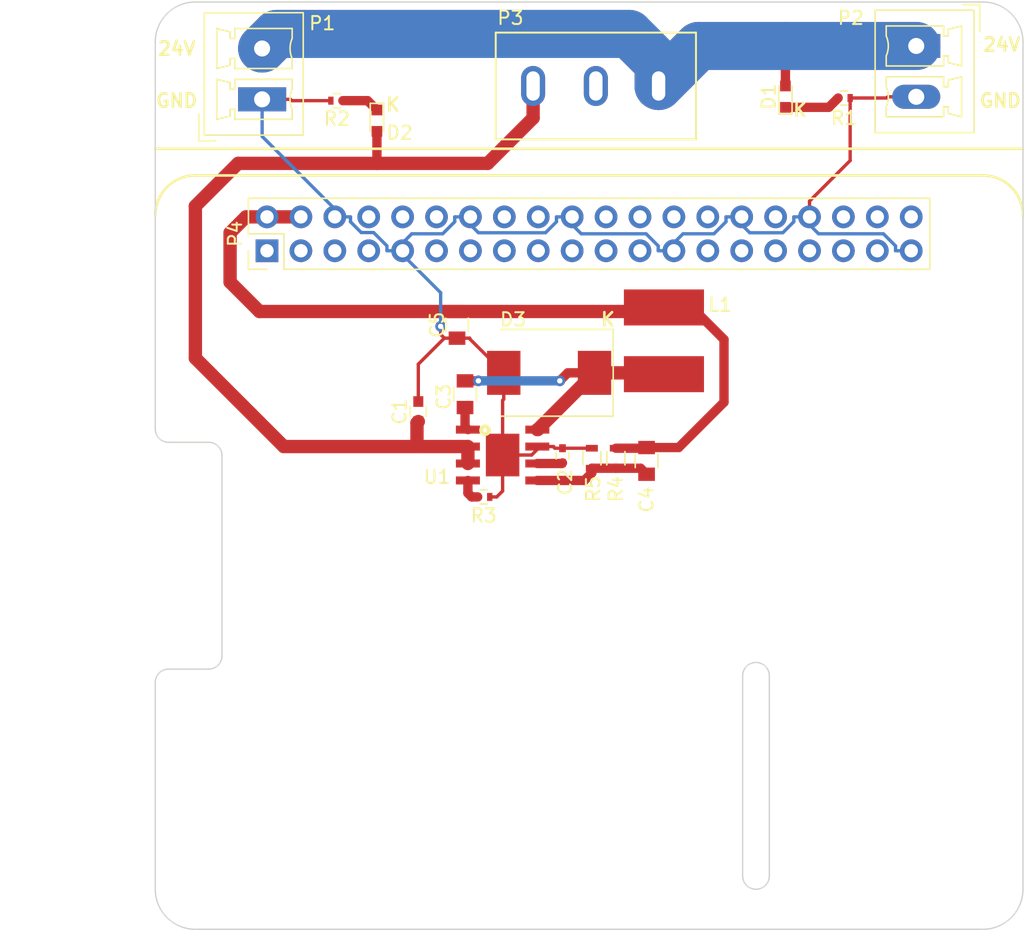
<source format=kicad_pcb>
(kicad_pcb (version 20171130) (host pcbnew "(5.1.12)-1")

  (general
    (thickness 1.6)
    (drawings 37)
    (tracks 153)
    (zones 0)
    (modules 19)
    (nets 43)
  )

  (page A4)
  (title_block
    (title beast-phat)
    (date 2017-03-16)
    (rev 0.1)
    (company Resin.io)
    (comment 1 "Author: Tomás Villaseca <tomas@resin.io>")
  )

  (layers
    (0 F.Cu signal)
    (31 B.Cu signal)
    (32 B.Adhes user)
    (33 F.Adhes user)
    (34 B.Paste user)
    (35 F.Paste user)
    (36 B.SilkS user)
    (37 F.SilkS user)
    (38 B.Mask user)
    (39 F.Mask user)
    (40 Dwgs.User user)
    (41 Cmts.User user)
    (42 Eco1.User user)
    (43 Eco2.User user)
    (44 Edge.Cuts user)
    (45 Margin user)
    (46 B.CrtYd user)
    (47 F.CrtYd user)
    (48 B.Fab user)
    (49 F.Fab user)
  )

  (setup
    (last_trace_width 0.25)
    (user_trace_width 0.7)
    (user_trace_width 1)
    (user_trace_width 2)
    (user_trace_width 3.6)
    (trace_clearance 0.2)
    (zone_clearance 0.508)
    (zone_45_only no)
    (trace_min 0.2)
    (via_size 0.8)
    (via_drill 0.4)
    (via_min_size 0.4)
    (via_min_drill 0.3)
    (uvia_size 0.3)
    (uvia_drill 0.1)
    (uvias_allowed no)
    (uvia_min_size 0.2)
    (uvia_min_drill 0.1)
    (edge_width 0.15)
    (segment_width 0.15)
    (pcb_text_width 0.3)
    (pcb_text_size 1.5 1.5)
    (mod_edge_width 0.15)
    (mod_text_size 1 1)
    (mod_text_width 0.15)
    (pad_size 3.2 2.51)
    (pad_drill 0)
    (pad_to_mask_clearance 0.2)
    (aux_axis_origin 0 0)
    (grid_origin 97.1 122.2)
    (visible_elements 7FFFFFFF)
    (pcbplotparams
      (layerselection 0x010f0_ffffffff)
      (usegerberextensions true)
      (usegerberattributes true)
      (usegerberadvancedattributes true)
      (creategerberjobfile true)
      (excludeedgelayer true)
      (linewidth 0.100000)
      (plotframeref false)
      (viasonmask false)
      (mode 1)
      (useauxorigin false)
      (hpglpennumber 1)
      (hpglpenspeed 20)
      (hpglpendiameter 15.000000)
      (psnegative false)
      (psa4output false)
      (plotreference true)
      (plotvalue true)
      (plotinvisibletext false)
      (padsonsilk true)
      (subtractmaskfromsilk false)
      (outputformat 1)
      (mirror false)
      (drillshape 0)
      (scaleselection 1)
      (outputdirectory "fabrication-files/"))
  )

  (net 0 "")
  (net 1 "Net-(C1-Pad2)")
  (net 2 GND)
  (net 3 "Net-(C2-Pad2)")
  (net 4 "Net-(C3-Pad2)")
  (net 5 "Net-(C3-Pad1)")
  (net 6 /5V)
  (net 7 "Net-(C4-Pad1)")
  (net 8 "Net-(D1-Pad2)")
  (net 9 "Net-(D1-Pad1)")
  (net 10 "Net-(D2-Pad1)")
  (net 11 "Net-(P3-Pad2)")
  (net 12 "Net-(P4-Pad40)")
  (net 13 "Net-(P4-Pad38)")
  (net 14 "Net-(P4-Pad37)")
  (net 15 "Net-(P4-Pad36)")
  (net 16 "Net-(P4-Pad35)")
  (net 17 "Net-(P4-Pad33)")
  (net 18 "Net-(P4-Pad32)")
  (net 19 "Net-(P4-Pad31)")
  (net 20 "Net-(P4-Pad29)")
  (net 21 "Net-(P4-Pad28)")
  (net 22 "Net-(P4-Pad27)")
  (net 23 "Net-(P4-Pad26)")
  (net 24 "Net-(P4-Pad24)")
  (net 25 "Net-(P4-Pad23)")
  (net 26 "Net-(P4-Pad22)")
  (net 27 "Net-(P4-Pad21)")
  (net 28 "Net-(P4-Pad19)")
  (net 29 "Net-(P4-Pad18)")
  (net 30 "Net-(P4-Pad17)")
  (net 31 "Net-(P4-Pad16)")
  (net 32 "Net-(P4-Pad15)")
  (net 33 "Net-(P4-Pad13)")
  (net 34 "Net-(P4-Pad12)")
  (net 35 "Net-(P4-Pad11)")
  (net 36 "Net-(P4-Pad10)")
  (net 37 "Net-(P4-Pad8)")
  (net 38 "Net-(P4-Pad7)")
  (net 39 "Net-(P4-Pad5)")
  (net 40 "Net-(P4-Pad3)")
  (net 41 "Net-(P4-Pad1)")
  (net 42 "Net-(R3-Pad1)")

  (net_class Default "This is the default net class."
    (clearance 0.2)
    (trace_width 0.25)
    (via_dia 0.8)
    (via_drill 0.4)
    (uvia_dia 0.3)
    (uvia_drill 0.1)
    (add_net /5V)
    (add_net GND)
    (add_net "Net-(C1-Pad2)")
    (add_net "Net-(C2-Pad2)")
    (add_net "Net-(C3-Pad1)")
    (add_net "Net-(C3-Pad2)")
    (add_net "Net-(C4-Pad1)")
    (add_net "Net-(D1-Pad1)")
    (add_net "Net-(D1-Pad2)")
    (add_net "Net-(D2-Pad1)")
    (add_net "Net-(P3-Pad2)")
    (add_net "Net-(P4-Pad1)")
    (add_net "Net-(P4-Pad10)")
    (add_net "Net-(P4-Pad11)")
    (add_net "Net-(P4-Pad12)")
    (add_net "Net-(P4-Pad13)")
    (add_net "Net-(P4-Pad15)")
    (add_net "Net-(P4-Pad16)")
    (add_net "Net-(P4-Pad17)")
    (add_net "Net-(P4-Pad18)")
    (add_net "Net-(P4-Pad19)")
    (add_net "Net-(P4-Pad21)")
    (add_net "Net-(P4-Pad22)")
    (add_net "Net-(P4-Pad23)")
    (add_net "Net-(P4-Pad24)")
    (add_net "Net-(P4-Pad26)")
    (add_net "Net-(P4-Pad27)")
    (add_net "Net-(P4-Pad28)")
    (add_net "Net-(P4-Pad29)")
    (add_net "Net-(P4-Pad3)")
    (add_net "Net-(P4-Pad31)")
    (add_net "Net-(P4-Pad32)")
    (add_net "Net-(P4-Pad33)")
    (add_net "Net-(P4-Pad35)")
    (add_net "Net-(P4-Pad36)")
    (add_net "Net-(P4-Pad37)")
    (add_net "Net-(P4-Pad38)")
    (add_net "Net-(P4-Pad40)")
    (add_net "Net-(P4-Pad5)")
    (add_net "Net-(P4-Pad7)")
    (add_net "Net-(P4-Pad8)")
    (add_net "Net-(R3-Pad1)")
  )

  (module Capacitors_SMD:C_0603 (layer F.Cu) (tedit 58C11AAD) (tstamp 58BFCEF1)
    (at 113.7 86.4 270)
    (descr "Capacitor SMD 0603, reflow soldering, AVX (see smccp.pdf)")
    (tags "capacitor 0603")
    (path /58BDE502)
    (attr smd)
    (fp_text reference C1 (at 0 1.4 270) (layer F.SilkS)
      (effects (font (size 1 1) (thickness 0.15)))
    )
    (fp_text value 4.7u (at 0 1.5 270) (layer F.Fab)
      (effects (font (size 1 1) (thickness 0.15)))
    )
    (fp_line (start -0.8 0.4) (end -0.8 -0.4) (layer F.Fab) (width 0.1))
    (fp_line (start 0.8 0.4) (end -0.8 0.4) (layer F.Fab) (width 0.1))
    (fp_line (start 0.8 -0.4) (end 0.8 0.4) (layer F.Fab) (width 0.1))
    (fp_line (start -0.8 -0.4) (end 0.8 -0.4) (layer F.Fab) (width 0.1))
    (fp_line (start -0.35 -0.6) (end 0.35 -0.6) (layer F.SilkS) (width 0.12))
    (fp_line (start 0.35 0.6) (end -0.35 0.6) (layer F.SilkS) (width 0.12))
    (fp_line (start -1.4 -0.65) (end 1.4 -0.65) (layer F.CrtYd) (width 0.05))
    (fp_line (start -1.4 -0.65) (end -1.4 0.65) (layer F.CrtYd) (width 0.05))
    (fp_line (start 1.4 0.65) (end 1.4 -0.65) (layer F.CrtYd) (width 0.05))
    (fp_line (start 1.4 0.65) (end -1.4 0.65) (layer F.CrtYd) (width 0.05))
    (fp_text user %R (at 0 -1.5 270) (layer F.Fab) hide
      (effects (font (size 1 1) (thickness 0.15)))
    )
    (pad 2 smd rect (at 0.75 0 270) (size 0.8 0.75) (layers F.Cu F.Paste F.Mask)
      (net 1 "Net-(C1-Pad2)"))
    (pad 1 smd rect (at -0.75 0 270) (size 0.8 0.75) (layers F.Cu F.Paste F.Mask)
      (net 2 GND))
    (model Capacitors_SMD.3dshapes/C_0603.wrl
      (at (xyz 0 0 0))
      (scale (xyz 1 1 1))
      (rotate (xyz 0 0 0))
    )
  )

  (module Capacitors_SMD:C_0402 (layer F.Cu) (tedit 58C11AD3) (tstamp 58BFCF02)
    (at 124.5 89.7 270)
    (descr "Capacitor SMD 0402, reflow soldering, AVX (see smccp.pdf)")
    (tags "capacitor 0402")
    (path /58BDE63B)
    (attr smd)
    (fp_text reference C2 (at 2 -0.2 270) (layer F.SilkS)
      (effects (font (size 1 1) (thickness 0.15)))
    )
    (fp_text value 8.2n (at 0 1.27 270) (layer F.Fab)
      (effects (font (size 1 1) (thickness 0.15)))
    )
    (fp_line (start -0.5 0.25) (end -0.5 -0.25) (layer F.Fab) (width 0.1))
    (fp_line (start 0.5 0.25) (end -0.5 0.25) (layer F.Fab) (width 0.1))
    (fp_line (start 0.5 -0.25) (end 0.5 0.25) (layer F.Fab) (width 0.1))
    (fp_line (start -0.5 -0.25) (end 0.5 -0.25) (layer F.Fab) (width 0.1))
    (fp_line (start 0.25 -0.47) (end -0.25 -0.47) (layer F.SilkS) (width 0.12))
    (fp_line (start -0.25 0.47) (end 0.25 0.47) (layer F.SilkS) (width 0.12))
    (fp_line (start -1 -0.4) (end 1 -0.4) (layer F.CrtYd) (width 0.05))
    (fp_line (start -1 -0.4) (end -1 0.4) (layer F.CrtYd) (width 0.05))
    (fp_line (start 1 0.4) (end 1 -0.4) (layer F.CrtYd) (width 0.05))
    (fp_line (start 1 0.4) (end -1 0.4) (layer F.CrtYd) (width 0.05))
    (fp_text user %R (at 0 -1.27 270) (layer F.Fab) hide
      (effects (font (size 1 1) (thickness 0.15)))
    )
    (pad 2 smd rect (at 0.55 0 270) (size 0.6 0.5) (layers F.Cu F.Paste F.Mask)
      (net 3 "Net-(C2-Pad2)"))
    (pad 1 smd rect (at -0.55 0 270) (size 0.6 0.5) (layers F.Cu F.Paste F.Mask)
      (net 2 GND))
    (model Capacitors_SMD.3dshapes/C_0402.wrl
      (at (xyz 0 0 0))
      (scale (xyz 1 1 1))
      (rotate (xyz 0 0 0))
    )
  )

  (module Capacitors_SMD:C_0805 (layer F.Cu) (tedit 58C11ABE) (tstamp 58BFCF13)
    (at 117.2 85.1 270)
    (descr "Capacitor SMD 0805, reflow soldering, AVX (see smccp.pdf)")
    (tags "capacitor 0805")
    (path /58BDE676)
    (attr smd)
    (fp_text reference C3 (at 0.2 1.6 270) (layer F.SilkS)
      (effects (font (size 1 1) (thickness 0.15)))
    )
    (fp_text value 100n (at 0 1.75 270) (layer F.Fab)
      (effects (font (size 1 1) (thickness 0.15)))
    )
    (fp_line (start -1 0.62) (end -1 -0.62) (layer F.Fab) (width 0.1))
    (fp_line (start 1 0.62) (end -1 0.62) (layer F.Fab) (width 0.1))
    (fp_line (start 1 -0.62) (end 1 0.62) (layer F.Fab) (width 0.1))
    (fp_line (start -1 -0.62) (end 1 -0.62) (layer F.Fab) (width 0.1))
    (fp_line (start 0.5 -0.85) (end -0.5 -0.85) (layer F.SilkS) (width 0.12))
    (fp_line (start -0.5 0.85) (end 0.5 0.85) (layer F.SilkS) (width 0.12))
    (fp_line (start -1.75 -0.88) (end 1.75 -0.88) (layer F.CrtYd) (width 0.05))
    (fp_line (start -1.75 -0.88) (end -1.75 0.87) (layer F.CrtYd) (width 0.05))
    (fp_line (start 1.75 0.87) (end 1.75 -0.88) (layer F.CrtYd) (width 0.05))
    (fp_line (start 1.75 0.87) (end -1.75 0.87) (layer F.CrtYd) (width 0.05))
    (fp_text user %R (at 0 -1.5 270) (layer F.Fab) hide
      (effects (font (size 1 1) (thickness 0.15)))
    )
    (pad 2 smd rect (at 1 0 270) (size 1 1.25) (layers F.Cu F.Paste F.Mask)
      (net 4 "Net-(C3-Pad2)"))
    (pad 1 smd rect (at -1 0 270) (size 1 1.25) (layers F.Cu F.Paste F.Mask)
      (net 5 "Net-(C3-Pad1)"))
    (model Capacitors_SMD.3dshapes/C_0805.wrl
      (at (xyz 0 0 0))
      (scale (xyz 1 1 1))
      (rotate (xyz 0 0 0))
    )
  )

  (module Capacitors_SMD:C_0805 (layer F.Cu) (tedit 58C11AF2) (tstamp 58BFCF24)
    (at 130.8 90.1 90)
    (descr "Capacitor SMD 0805, reflow soldering, AVX (see smccp.pdf)")
    (tags "capacitor 0805")
    (path /58BDE2BB)
    (attr smd)
    (fp_text reference C4 (at -2.9 0 90) (layer F.SilkS)
      (effects (font (size 1 1) (thickness 0.15)))
    )
    (fp_text value 120p (at 0 1.75 90) (layer F.Fab)
      (effects (font (size 1 1) (thickness 0.15)))
    )
    (fp_line (start -1 0.62) (end -1 -0.62) (layer F.Fab) (width 0.1))
    (fp_line (start 1 0.62) (end -1 0.62) (layer F.Fab) (width 0.1))
    (fp_line (start 1 -0.62) (end 1 0.62) (layer F.Fab) (width 0.1))
    (fp_line (start -1 -0.62) (end 1 -0.62) (layer F.Fab) (width 0.1))
    (fp_line (start 0.5 -0.85) (end -0.5 -0.85) (layer F.SilkS) (width 0.12))
    (fp_line (start -0.5 0.85) (end 0.5 0.85) (layer F.SilkS) (width 0.12))
    (fp_line (start -1.75 -0.88) (end 1.75 -0.88) (layer F.CrtYd) (width 0.05))
    (fp_line (start -1.75 -0.88) (end -1.75 0.87) (layer F.CrtYd) (width 0.05))
    (fp_line (start 1.75 0.87) (end 1.75 -0.88) (layer F.CrtYd) (width 0.05))
    (fp_line (start 1.75 0.87) (end -1.75 0.87) (layer F.CrtYd) (width 0.05))
    (fp_text user %R (at 0 -1.5 90) (layer F.Fab) hide
      (effects (font (size 1 1) (thickness 0.15)))
    )
    (pad 2 smd rect (at 1 0 90) (size 1 1.25) (layers F.Cu F.Paste F.Mask)
      (net 6 /5V))
    (pad 1 smd rect (at -1 0 90) (size 1 1.25) (layers F.Cu F.Paste F.Mask)
      (net 7 "Net-(C4-Pad1)"))
    (model Capacitors_SMD.3dshapes/C_0805.wrl
      (at (xyz 0 0 0))
      (scale (xyz 1 1 1))
      (rotate (xyz 0 0 0))
    )
  )

  (module Capacitors_SMD:C_0805 (layer F.Cu) (tedit 58C11DDE) (tstamp 58BFCF35)
    (at 116.6 79.9 90)
    (descr "Capacitor SMD 0805, reflow soldering, AVX (see smccp.pdf)")
    (tags "capacitor 0805")
    (path /58BDE5C7)
    (attr smd)
    (fp_text reference C5 (at 0 -1.5 90) (layer F.SilkS)
      (effects (font (size 1 1) (thickness 0.15)))
    )
    (fp_text value 47u (at 0 1.75 90) (layer F.Fab)
      (effects (font (size 1 1) (thickness 0.15)))
    )
    (fp_line (start 1.75 0.87) (end -1.75 0.87) (layer F.CrtYd) (width 0.05))
    (fp_line (start 1.75 0.87) (end 1.75 -0.88) (layer F.CrtYd) (width 0.05))
    (fp_line (start -1.75 -0.88) (end -1.75 0.87) (layer F.CrtYd) (width 0.05))
    (fp_line (start -1.75 -0.88) (end 1.75 -0.88) (layer F.CrtYd) (width 0.05))
    (fp_line (start -0.5 0.85) (end 0.5 0.85) (layer F.SilkS) (width 0.12))
    (fp_line (start 0.5 -0.85) (end -0.5 -0.85) (layer F.SilkS) (width 0.12))
    (fp_line (start -1 -0.62) (end 1 -0.62) (layer F.Fab) (width 0.1))
    (fp_line (start 1 -0.62) (end 1 0.62) (layer F.Fab) (width 0.1))
    (fp_line (start 1 0.62) (end -1 0.62) (layer F.Fab) (width 0.1))
    (fp_line (start -1 0.62) (end -1 -0.62) (layer F.Fab) (width 0.1))
    (fp_text user %R (at 0 -1.5 90) (layer F.Fab) hide
      (effects (font (size 1 1) (thickness 0.15)))
    )
    (pad 1 smd rect (at -1 0 90) (size 1 1.25) (layers F.Cu F.Paste F.Mask)
      (net 2 GND))
    (pad 2 smd rect (at 1 0 90) (size 1 1.25) (layers F.Cu F.Paste F.Mask)
      (net 6 /5V))
    (model Capacitors_SMD.3dshapes/C_0805.wrl
      (at (xyz 0 0 0))
      (scale (xyz 1 1 1))
      (rotate (xyz 0 0 0))
    )
  )

  (module LEDs:LED_0603 (layer F.Cu) (tedit 57FE93A5) (tstamp 58BFCF4A)
    (at 141.2 62.8 90)
    (descr "LED 0603 smd package")
    (tags "LED led 0603 SMD smd SMT smt smdled SMDLED smtled SMTLED")
    (path /58BE3091)
    (attr smd)
    (fp_text reference D1 (at 0 -1.25 90) (layer F.SilkS)
      (effects (font (size 1 1) (thickness 0.15)))
    )
    (fp_text value LED (at 0 1.35 90) (layer F.Fab)
      (effects (font (size 1 1) (thickness 0.15)))
    )
    (fp_line (start -1.45 -0.65) (end 1.45 -0.65) (layer F.CrtYd) (width 0.05))
    (fp_line (start -1.45 0.65) (end -1.45 -0.65) (layer F.CrtYd) (width 0.05))
    (fp_line (start 1.45 0.65) (end -1.45 0.65) (layer F.CrtYd) (width 0.05))
    (fp_line (start 1.45 -0.65) (end 1.45 0.65) (layer F.CrtYd) (width 0.05))
    (fp_line (start -1.3 -0.5) (end 0.8 -0.5) (layer F.SilkS) (width 0.12))
    (fp_line (start -1.3 0.5) (end 0.8 0.5) (layer F.SilkS) (width 0.12))
    (fp_line (start -0.8 0.4) (end -0.8 -0.4) (layer F.Fab) (width 0.1))
    (fp_line (start -0.8 -0.4) (end 0.8 -0.4) (layer F.Fab) (width 0.1))
    (fp_line (start 0.8 -0.4) (end 0.8 0.4) (layer F.Fab) (width 0.1))
    (fp_line (start 0.8 0.4) (end -0.8 0.4) (layer F.Fab) (width 0.1))
    (fp_line (start 0.15 -0.2) (end 0.15 0.2) (layer F.Fab) (width 0.1))
    (fp_line (start 0.15 0.2) (end -0.15 0) (layer F.Fab) (width 0.1))
    (fp_line (start -0.15 0) (end 0.15 -0.2) (layer F.Fab) (width 0.1))
    (fp_line (start -0.2 -0.2) (end -0.2 0.2) (layer F.Fab) (width 0.1))
    (fp_line (start -1.3 -0.5) (end -1.3 0.5) (layer F.SilkS) (width 0.12))
    (pad 2 smd rect (at 0.8 0 270) (size 0.8 0.8) (layers F.Cu F.Paste F.Mask)
      (net 8 "Net-(D1-Pad2)"))
    (pad 1 smd rect (at -0.8 0 270) (size 0.8 0.8) (layers F.Cu F.Paste F.Mask)
      (net 9 "Net-(D1-Pad1)"))
    (model LEDs.3dshapes/LED_0603.wrl
      (at (xyz 0 0 0))
      (scale (xyz 1 1 1))
      (rotate (xyz 0 0 180))
    )
  )

  (module LEDs:LED_0603 (layer F.Cu) (tedit 58C11EBB) (tstamp 58BFCF5F)
    (at 110.6 64.6 270)
    (descr "LED 0603 smd package")
    (tags "LED led 0603 SMD smd SMT smt smdled SMDLED smtled SMTLED")
    (path /58BE1ECA)
    (attr smd)
    (fp_text reference D2 (at 0.9 -1.7) (layer F.SilkS)
      (effects (font (size 1 1) (thickness 0.15)))
    )
    (fp_text value LED (at 0 1.35 270) (layer F.Fab)
      (effects (font (size 1 1) (thickness 0.15)))
    )
    (fp_line (start -1.3 -0.5) (end -1.3 0.5) (layer F.SilkS) (width 0.12))
    (fp_line (start -0.2 -0.2) (end -0.2 0.2) (layer F.Fab) (width 0.1))
    (fp_line (start -0.15 0) (end 0.15 -0.2) (layer F.Fab) (width 0.1))
    (fp_line (start 0.15 0.2) (end -0.15 0) (layer F.Fab) (width 0.1))
    (fp_line (start 0.15 -0.2) (end 0.15 0.2) (layer F.Fab) (width 0.1))
    (fp_line (start 0.8 0.4) (end -0.8 0.4) (layer F.Fab) (width 0.1))
    (fp_line (start 0.8 -0.4) (end 0.8 0.4) (layer F.Fab) (width 0.1))
    (fp_line (start -0.8 -0.4) (end 0.8 -0.4) (layer F.Fab) (width 0.1))
    (fp_line (start -0.8 0.4) (end -0.8 -0.4) (layer F.Fab) (width 0.1))
    (fp_line (start -1.3 0.5) (end 0.8 0.5) (layer F.SilkS) (width 0.12))
    (fp_line (start -1.3 -0.5) (end 0.8 -0.5) (layer F.SilkS) (width 0.12))
    (fp_line (start 1.45 -0.65) (end 1.45 0.65) (layer F.CrtYd) (width 0.05))
    (fp_line (start 1.45 0.65) (end -1.45 0.65) (layer F.CrtYd) (width 0.05))
    (fp_line (start -1.45 0.65) (end -1.45 -0.65) (layer F.CrtYd) (width 0.05))
    (fp_line (start -1.45 -0.65) (end 1.45 -0.65) (layer F.CrtYd) (width 0.05))
    (pad 1 smd rect (at -0.8 0 90) (size 0.8 0.8) (layers F.Cu F.Paste F.Mask)
      (net 10 "Net-(D2-Pad1)"))
    (pad 2 smd rect (at 0.8 0 90) (size 0.8 0.8) (layers F.Cu F.Paste F.Mask)
      (net 1 "Net-(C1-Pad2)"))
    (model LEDs.3dshapes/LED_0603.wrl
      (at (xyz 0 0 0))
      (scale (xyz 1 1 1))
      (rotate (xyz 0 0 180))
    )
  )

  (module Diodes_SMD:D_SMC_Standard (layer F.Cu) (tedit 58C11DD8) (tstamp 58BFCF76)
    (at 123.5 83.5 180)
    (descr "Diode SMC Standard = DO-214AB")
    (tags "Diode SMC Standard DO-214AB")
    (path /58BDE41F)
    (attr smd)
    (fp_text reference D3 (at 2.7 4 180) (layer F.SilkS)
      (effects (font (size 1 1) (thickness 0.15)))
    )
    (fp_text value SCHOTTKY (at 0 5.08 180) (layer F.Fab)
      (effects (font (size 1 1) (thickness 0.15)))
    )
    (fp_line (start -4.8 3.25) (end -4.8 -3.25) (layer F.SilkS) (width 0.12))
    (fp_line (start 3.55 3.1) (end -3.55 3.1) (layer F.Fab) (width 0.1))
    (fp_line (start -3.55 3.1) (end -3.55 -3.1) (layer F.Fab) (width 0.1))
    (fp_line (start 3.55 -3.1) (end 3.55 3.1) (layer F.Fab) (width 0.1))
    (fp_line (start 3.55 -3.1) (end -3.55 -3.1) (layer F.Fab) (width 0.1))
    (fp_line (start -4.9 -3.35) (end 4.9 -3.35) (layer F.CrtYd) (width 0.05))
    (fp_line (start 4.9 -3.35) (end 4.9 3.35) (layer F.CrtYd) (width 0.05))
    (fp_line (start 4.9 3.35) (end -4.9 3.35) (layer F.CrtYd) (width 0.05))
    (fp_line (start -4.9 3.35) (end -4.9 -3.35) (layer F.CrtYd) (width 0.05))
    (fp_line (start -0.64944 0.00102) (end -1.55114 0.00102) (layer F.Fab) (width 0.1))
    (fp_line (start 0.50118 0.00102) (end 1.4994 0.00102) (layer F.Fab) (width 0.1))
    (fp_line (start -0.64944 -0.79908) (end -0.64944 0.80112) (layer F.Fab) (width 0.1))
    (fp_line (start 0.50118 0.75032) (end 0.50118 -0.79908) (layer F.Fab) (width 0.1))
    (fp_line (start -0.64944 0.00102) (end 0.50118 0.75032) (layer F.Fab) (width 0.1))
    (fp_line (start -0.64944 0.00102) (end 0.50118 -0.79908) (layer F.Fab) (width 0.1))
    (fp_line (start -4.8 3.25) (end 3.6 3.25) (layer F.SilkS) (width 0.12))
    (fp_line (start -4.8 -3.25) (end 3.6 -3.25) (layer F.SilkS) (width 0.12))
    (pad 2 smd rect (at 3.4 0 270) (size 3.3 2.5) (layers F.Cu F.Paste F.Mask)
      (net 2 GND))
    (pad 1 smd rect (at -3.4 0 270) (size 3.3 2.5) (layers F.Cu F.Paste F.Mask)
      (net 5 "Net-(C3-Pad1)"))
    (model Diodes_SMD.3dshapes/D_SMC_Standard.wrl
      (at (xyz 0 0 0))
      (scale (xyz 0.3937 0.3937 0.3937))
      (rotate (xyz 0 0 180))
    )
  )

  (module footprints:SRN6045 (layer F.Cu) (tedit 58C11844) (tstamp 58BFCF80)
    (at 132.1 81.1 270)
    (path /58BDE35F)
    (fp_text reference L1 (at -2.7 -4.2) (layer F.SilkS)
      (effects (font (size 1 1) (thickness 0.15)))
    )
    (fp_text value 3.3u (at 0 0 270) (layer F.SilkS) hide
      (effects (font (size 0.3 0.3) (thickness 0.075)))
    )
    (fp_line (start -3 -3) (end 3 -3) (layer Eco2.User) (width 0.15))
    (fp_line (start 3 -3) (end 3 3) (layer Eco2.User) (width 0.15))
    (fp_line (start 3 3) (end -3 3) (layer Eco2.User) (width 0.15))
    (fp_line (start -3 3) (end -3 -3) (layer Eco2.User) (width 0.15))
    (pad 2 smd rect (at 2.5 0 270) (size 2.7 6) (layers F.Cu F.Paste F.Mask)
      (net 5 "Net-(C3-Pad1)"))
    (pad 1 smd rect (at -2.5 0 270) (size 2.7 6) (layers F.Cu F.Paste F.Mask)
      (net 6 /5V))
  )

  (module Connectors_Phoenix:PhoenixContact_MCV-G_02x3.81mm_Vertical (layer F.Cu) (tedit 58C198B5) (tstamp 58BFCFB3)
    (at 102 63 90)
    (descr "Generic Phoenix Contact connector footprint for series: MCV-G; number of pins: 02; pin pitch: 3.81mm; Vertical || order number: 1803426 8A 160V")
    (tags "phoenix_contact connector MCV_01x02_G_3.81mm")
    (path /58BE1E08)
    (fp_text reference P1 (at 5.7 4.5 180) (layer F.SilkS)
      (effects (font (size 1 1) (thickness 0.15)))
    )
    (fp_text value INPUT (at 1.905 4 90) (layer F.Fab)
      (effects (font (size 1 1) (thickness 0.15)))
    )
    (fp_line (start -3.1 -4.75) (end -1.1 -4.75) (layer F.Fab) (width 0.1))
    (fp_line (start -3.1 -3.5) (end -3.1 -4.75) (layer F.Fab) (width 0.1))
    (fp_line (start -3.1 -4.75) (end -1.1 -4.75) (layer F.SilkS) (width 0.12))
    (fp_line (start -3.1 -3.5) (end -3.1 -4.75) (layer F.SilkS) (width 0.12))
    (fp_line (start 6.91 -4.75) (end -3.1 -4.75) (layer F.CrtYd) (width 0.05))
    (fp_line (start 6.91 3.5) (end 6.91 -4.75) (layer F.CrtYd) (width 0.05))
    (fp_line (start -3.1 3.5) (end 6.91 3.5) (layer F.CrtYd) (width 0.05))
    (fp_line (start -3.1 -4.75) (end -3.1 3.5) (layer F.CrtYd) (width 0.05))
    (fp_line (start 5.31 2.25) (end 4.56 2.25) (layer F.SilkS) (width 0.12))
    (fp_line (start 5.31 -2.05) (end 5.31 2.25) (layer F.SilkS) (width 0.12))
    (fp_line (start 4.56 -2.05) (end 5.31 -2.05) (layer F.SilkS) (width 0.12))
    (fp_line (start 4.56 -2.4) (end 4.56 -2.05) (layer F.SilkS) (width 0.12))
    (fp_line (start 5.06 -2.4) (end 4.56 -2.4) (layer F.SilkS) (width 0.12))
    (fp_line (start 5.31 -3.4) (end 5.06 -2.4) (layer F.SilkS) (width 0.12))
    (fp_line (start 2.31 -3.4) (end 5.31 -3.4) (layer F.SilkS) (width 0.12))
    (fp_line (start 2.56 -2.4) (end 2.31 -3.4) (layer F.SilkS) (width 0.12))
    (fp_line (start 3.06 -2.4) (end 2.56 -2.4) (layer F.SilkS) (width 0.12))
    (fp_line (start 3.06 -2.05) (end 3.06 -2.4) (layer F.SilkS) (width 0.12))
    (fp_line (start 2.31 -2.05) (end 3.06 -2.05) (layer F.SilkS) (width 0.12))
    (fp_line (start 2.31 2.25) (end 2.31 -2.05) (layer F.SilkS) (width 0.12))
    (fp_line (start 3.06 2.25) (end 2.31 2.25) (layer F.SilkS) (width 0.12))
    (fp_line (start 1.5 2.25) (end 0.75 2.25) (layer F.SilkS) (width 0.12))
    (fp_line (start 1.5 -2.05) (end 1.5 2.25) (layer F.SilkS) (width 0.12))
    (fp_line (start 0.75 -2.05) (end 1.5 -2.05) (layer F.SilkS) (width 0.12))
    (fp_line (start 0.75 -2.4) (end 0.75 -2.05) (layer F.SilkS) (width 0.12))
    (fp_line (start 1.25 -2.4) (end 0.75 -2.4) (layer F.SilkS) (width 0.12))
    (fp_line (start 1.5 -3.4) (end 1.25 -2.4) (layer F.SilkS) (width 0.12))
    (fp_line (start -1.5 -3.4) (end 1.5 -3.4) (layer F.SilkS) (width 0.12))
    (fp_line (start -1.25 -2.4) (end -1.5 -3.4) (layer F.SilkS) (width 0.12))
    (fp_line (start -0.75 -2.4) (end -1.25 -2.4) (layer F.SilkS) (width 0.12))
    (fp_line (start -0.75 -2.05) (end -0.75 -2.4) (layer F.SilkS) (width 0.12))
    (fp_line (start -1.5 -2.05) (end -0.75 -2.05) (layer F.SilkS) (width 0.12))
    (fp_line (start -1.5 2.25) (end -1.5 -2.05) (layer F.SilkS) (width 0.12))
    (fp_line (start -0.75 2.25) (end -1.5 2.25) (layer F.SilkS) (width 0.12))
    (fp_line (start 6.41 -4.25) (end -2.6 -4.25) (layer F.Fab) (width 0.1))
    (fp_line (start 6.41 3) (end 6.41 -4.25) (layer F.Fab) (width 0.1))
    (fp_line (start -2.6 3) (end 6.41 3) (layer F.Fab) (width 0.1))
    (fp_line (start -2.6 -4.25) (end -2.6 3) (layer F.Fab) (width 0.1))
    (fp_line (start 6.49 -4.33) (end -2.68 -4.33) (layer F.SilkS) (width 0.12))
    (fp_line (start 6.49 3.08) (end 6.49 -4.33) (layer F.SilkS) (width 0.12))
    (fp_line (start -2.68 3.08) (end 6.49 3.08) (layer F.SilkS) (width 0.12))
    (fp_line (start -2.68 -4.33) (end -2.68 3.08) (layer F.SilkS) (width 0.12))
    (fp_text user %R (at 1.905 -3 90) (layer F.Fab) hide
      (effects (font (size 1 1) (thickness 0.15)))
    )
    (fp_arc (start 0 3.95) (end -0.75 2.25) (angle 47.6) (layer F.SilkS) (width 0.12))
    (fp_arc (start 3.81 3.95) (end 3.06 2.25) (angle 47.6) (layer F.SilkS) (width 0.12))
    (pad 1 thru_hole rect (at 0 0 90) (size 1.8 3.6) (drill 1.2) (layers *.Cu *.Mask)
      (net 2 GND))
    (pad 2 thru_hole oval (at 3.81 0 90) (size 1.8 3.6) (drill 1.2) (layers *.Cu *.Mask)
      (net 8 "Net-(D1-Pad2)"))
    (model Connectors_Phoenix.3dshapes/PhoenixContact_MCV-G_02x3.81mm_Vertical.wrl
      (at (xyz 0 0 0))
      (scale (xyz 1 1 1))
      (rotate (xyz 0 0 0))
    )
  )

  (module Connectors_Phoenix:PhoenixContact_MCV-G_02x3.81mm_Vertical (layer F.Cu) (tedit 58C198BE) (tstamp 58BFCFE6)
    (at 151 59 270)
    (descr "Generic Phoenix Contact connector footprint for series: MCV-G; number of pins: 02; pin pitch: 3.81mm; Vertical || order number: 1803426 8A 160V")
    (tags "phoenix_contact connector MCV_01x02_G_3.81mm")
    (path /58BE1D1F)
    (fp_text reference P2 (at -2.1 4.9) (layer F.SilkS)
      (effects (font (size 1 1) (thickness 0.15)))
    )
    (fp_text value OUTPUT (at 1.905 4 270) (layer F.Fab)
      (effects (font (size 1 1) (thickness 0.15)))
    )
    (fp_line (start -2.68 -4.33) (end -2.68 3.08) (layer F.SilkS) (width 0.12))
    (fp_line (start -2.68 3.08) (end 6.49 3.08) (layer F.SilkS) (width 0.12))
    (fp_line (start 6.49 3.08) (end 6.49 -4.33) (layer F.SilkS) (width 0.12))
    (fp_line (start 6.49 -4.33) (end -2.68 -4.33) (layer F.SilkS) (width 0.12))
    (fp_line (start -2.6 -4.25) (end -2.6 3) (layer F.Fab) (width 0.1))
    (fp_line (start -2.6 3) (end 6.41 3) (layer F.Fab) (width 0.1))
    (fp_line (start 6.41 3) (end 6.41 -4.25) (layer F.Fab) (width 0.1))
    (fp_line (start 6.41 -4.25) (end -2.6 -4.25) (layer F.Fab) (width 0.1))
    (fp_line (start -0.75 2.25) (end -1.5 2.25) (layer F.SilkS) (width 0.12))
    (fp_line (start -1.5 2.25) (end -1.5 -2.05) (layer F.SilkS) (width 0.12))
    (fp_line (start -1.5 -2.05) (end -0.75 -2.05) (layer F.SilkS) (width 0.12))
    (fp_line (start -0.75 -2.05) (end -0.75 -2.4) (layer F.SilkS) (width 0.12))
    (fp_line (start -0.75 -2.4) (end -1.25 -2.4) (layer F.SilkS) (width 0.12))
    (fp_line (start -1.25 -2.4) (end -1.5 -3.4) (layer F.SilkS) (width 0.12))
    (fp_line (start -1.5 -3.4) (end 1.5 -3.4) (layer F.SilkS) (width 0.12))
    (fp_line (start 1.5 -3.4) (end 1.25 -2.4) (layer F.SilkS) (width 0.12))
    (fp_line (start 1.25 -2.4) (end 0.75 -2.4) (layer F.SilkS) (width 0.12))
    (fp_line (start 0.75 -2.4) (end 0.75 -2.05) (layer F.SilkS) (width 0.12))
    (fp_line (start 0.75 -2.05) (end 1.5 -2.05) (layer F.SilkS) (width 0.12))
    (fp_line (start 1.5 -2.05) (end 1.5 2.25) (layer F.SilkS) (width 0.12))
    (fp_line (start 1.5 2.25) (end 0.75 2.25) (layer F.SilkS) (width 0.12))
    (fp_line (start 3.06 2.25) (end 2.31 2.25) (layer F.SilkS) (width 0.12))
    (fp_line (start 2.31 2.25) (end 2.31 -2.05) (layer F.SilkS) (width 0.12))
    (fp_line (start 2.31 -2.05) (end 3.06 -2.05) (layer F.SilkS) (width 0.12))
    (fp_line (start 3.06 -2.05) (end 3.06 -2.4) (layer F.SilkS) (width 0.12))
    (fp_line (start 3.06 -2.4) (end 2.56 -2.4) (layer F.SilkS) (width 0.12))
    (fp_line (start 2.56 -2.4) (end 2.31 -3.4) (layer F.SilkS) (width 0.12))
    (fp_line (start 2.31 -3.4) (end 5.31 -3.4) (layer F.SilkS) (width 0.12))
    (fp_line (start 5.31 -3.4) (end 5.06 -2.4) (layer F.SilkS) (width 0.12))
    (fp_line (start 5.06 -2.4) (end 4.56 -2.4) (layer F.SilkS) (width 0.12))
    (fp_line (start 4.56 -2.4) (end 4.56 -2.05) (layer F.SilkS) (width 0.12))
    (fp_line (start 4.56 -2.05) (end 5.31 -2.05) (layer F.SilkS) (width 0.12))
    (fp_line (start 5.31 -2.05) (end 5.31 2.25) (layer F.SilkS) (width 0.12))
    (fp_line (start 5.31 2.25) (end 4.56 2.25) (layer F.SilkS) (width 0.12))
    (fp_line (start -3.1 -4.75) (end -3.1 3.5) (layer F.CrtYd) (width 0.05))
    (fp_line (start -3.1 3.5) (end 6.91 3.5) (layer F.CrtYd) (width 0.05))
    (fp_line (start 6.91 3.5) (end 6.91 -4.75) (layer F.CrtYd) (width 0.05))
    (fp_line (start 6.91 -4.75) (end -3.1 -4.75) (layer F.CrtYd) (width 0.05))
    (fp_line (start -3.1 -3.5) (end -3.1 -4.75) (layer F.SilkS) (width 0.12))
    (fp_line (start -3.1 -4.75) (end -1.1 -4.75) (layer F.SilkS) (width 0.12))
    (fp_line (start -3.1 -3.5) (end -3.1 -4.75) (layer F.Fab) (width 0.1))
    (fp_line (start -3.1 -4.75) (end -1.1 -4.75) (layer F.Fab) (width 0.1))
    (fp_text user %R (at 1.905 -3 270) (layer F.Fab) hide
      (effects (font (size 1 1) (thickness 0.15)))
    )
    (fp_arc (start 3.81 3.95) (end 3.06 2.25) (angle 47.6) (layer F.SilkS) (width 0.12))
    (fp_arc (start 0 3.95) (end -0.75 2.25) (angle 47.6) (layer F.SilkS) (width 0.12))
    (pad 2 thru_hole oval (at 3.81 0 270) (size 1.8 3.6) (drill 1.2) (layers *.Cu *.Mask)
      (net 2 GND))
    (pad 1 thru_hole rect (at 0 0 270) (size 1.8 3.6) (drill 1.2) (layers *.Cu *.Mask)
      (net 8 "Net-(D1-Pad2)"))
    (model Connectors_Phoenix.3dshapes/PhoenixContact_MCV-G_02x3.81mm_Vertical.wrl
      (at (xyz 0 0 0))
      (scale (xyz 1 1 1))
      (rotate (xyz 0 0 0))
    )
  )

  (module footprints:switch (layer F.Cu) (tedit 58C11BF8) (tstamp 58BFCFF1)
    (at 127 62)
    (path /58BFAD08)
    (fp_text reference P3 (at -6.4 -5.1) (layer F.SilkS)
      (effects (font (size 1 1) (thickness 0.15)))
    )
    (fp_text value SWITCH (at -5.1 -5) (layer F.Fab)
      (effects (font (size 1 1) (thickness 0.15)))
    )
    (fp_line (start 7.5 -4) (end 7.5 4) (layer F.SilkS) (width 0.15))
    (fp_line (start 7.5 4) (end -7.5 4) (layer F.SilkS) (width 0.15))
    (fp_line (start -7.5 4) (end -7.5 -4) (layer F.SilkS) (width 0.15))
    (fp_line (start -7.5 -4) (end 7.5 -4) (layer F.SilkS) (width 0.15))
    (pad 3 thru_hole oval (at 4.7 0) (size 1.8 3) (drill oval 1 2.2) (layers *.Cu *.Mask)
      (net 8 "Net-(D1-Pad2)"))
    (pad 2 thru_hole oval (at 0 0) (size 1.8 3) (drill oval 1 2.2) (layers *.Cu *.Mask)
      (net 11 "Net-(P3-Pad2)"))
    (pad 1 thru_hole oval (at -4.7 0) (size 1.8 3) (drill oval 1 2.2) (layers *.Cu *.Mask)
      (net 1 "Net-(C1-Pad2)"))
  )

  (module Pin_Headers:Pin_Header_Straight_2x20_Pitch2.54mm (layer F.Cu) (tedit 58C098B2) (tstamp 58BFD02D)
    (at 102.365 74.35 90)
    (descr "Through hole straight pin header, 2x20, 2.54mm pitch, double rows")
    (tags "Through hole pin header THT 2x20 2.54mm double row")
    (path /58BE0627)
    (fp_text reference P4 (at 1.27 -2.39 90) (layer F.SilkS)
      (effects (font (size 1 1) (thickness 0.15)))
    )
    (fp_text value "STACKING HEADER" (at 5.225 43.75) (layer F.Fab)
      (effects (font (size 1 1) (thickness 0.15)))
    )
    (fp_line (start -1.27 -1.27) (end -1.27 49.53) (layer F.Fab) (width 0.1))
    (fp_line (start -1.27 49.53) (end 3.81 49.53) (layer F.Fab) (width 0.1))
    (fp_line (start 3.81 49.53) (end 3.81 -1.27) (layer F.Fab) (width 0.1))
    (fp_line (start 3.81 -1.27) (end -1.27 -1.27) (layer F.Fab) (width 0.1))
    (fp_line (start -1.39 1.27) (end -1.39 49.65) (layer F.SilkS) (width 0.12))
    (fp_line (start -1.39 49.65) (end 3.93 49.65) (layer F.SilkS) (width 0.12))
    (fp_line (start 3.93 49.65) (end 3.93 -1.39) (layer F.SilkS) (width 0.12))
    (fp_line (start 3.93 -1.39) (end 1.27 -1.39) (layer F.SilkS) (width 0.12))
    (fp_line (start 1.27 -1.39) (end 1.27 1.27) (layer F.SilkS) (width 0.12))
    (fp_line (start 1.27 1.27) (end -1.39 1.27) (layer F.SilkS) (width 0.12))
    (fp_line (start -1.39 0) (end -1.39 -1.39) (layer F.SilkS) (width 0.12))
    (fp_line (start -1.39 -1.39) (end 0 -1.39) (layer F.SilkS) (width 0.12))
    (fp_line (start -1.6 -1.6) (end -1.6 49.8) (layer F.CrtYd) (width 0.05))
    (fp_line (start -1.6 49.8) (end 4.1 49.8) (layer F.CrtYd) (width 0.05))
    (fp_line (start 4.1 49.8) (end 4.1 -1.6) (layer F.CrtYd) (width 0.05))
    (fp_line (start 4.1 -1.6) (end -1.6 -1.6) (layer F.CrtYd) (width 0.05))
    (pad 40 thru_hole oval (at 2.54 48.26 90) (size 1.7 1.7) (drill 1) (layers *.Cu *.Mask)
      (net 12 "Net-(P4-Pad40)"))
    (pad 39 thru_hole oval (at 0 48.26 90) (size 1.7 1.7) (drill 1) (layers *.Cu *.Mask)
      (net 2 GND))
    (pad 38 thru_hole oval (at 2.54 45.72 90) (size 1.7 1.7) (drill 1) (layers *.Cu *.Mask)
      (net 13 "Net-(P4-Pad38)"))
    (pad 37 thru_hole oval (at 0 45.72 90) (size 1.7 1.7) (drill 1) (layers *.Cu *.Mask)
      (net 14 "Net-(P4-Pad37)"))
    (pad 36 thru_hole oval (at 2.54 43.18 90) (size 1.7 1.7) (drill 1) (layers *.Cu *.Mask)
      (net 15 "Net-(P4-Pad36)"))
    (pad 35 thru_hole oval (at 0 43.18 90) (size 1.7 1.7) (drill 1) (layers *.Cu *.Mask)
      (net 16 "Net-(P4-Pad35)"))
    (pad 34 thru_hole oval (at 2.54 40.64 90) (size 1.7 1.7) (drill 1) (layers *.Cu *.Mask)
      (net 2 GND))
    (pad 33 thru_hole oval (at 0 40.64 90) (size 1.7 1.7) (drill 1) (layers *.Cu *.Mask)
      (net 17 "Net-(P4-Pad33)"))
    (pad 32 thru_hole oval (at 2.54 38.1 90) (size 1.7 1.7) (drill 1) (layers *.Cu *.Mask)
      (net 18 "Net-(P4-Pad32)"))
    (pad 31 thru_hole oval (at 0 38.1 90) (size 1.7 1.7) (drill 1) (layers *.Cu *.Mask)
      (net 19 "Net-(P4-Pad31)"))
    (pad 30 thru_hole oval (at 2.54 35.56 90) (size 1.7 1.7) (drill 1) (layers *.Cu *.Mask)
      (net 2 GND))
    (pad 29 thru_hole oval (at 0 35.56 90) (size 1.7 1.7) (drill 1) (layers *.Cu *.Mask)
      (net 20 "Net-(P4-Pad29)"))
    (pad 28 thru_hole oval (at 2.54 33.02 90) (size 1.7 1.7) (drill 1) (layers *.Cu *.Mask)
      (net 21 "Net-(P4-Pad28)"))
    (pad 27 thru_hole oval (at 0 33.02 90) (size 1.7 1.7) (drill 1) (layers *.Cu *.Mask)
      (net 22 "Net-(P4-Pad27)"))
    (pad 26 thru_hole oval (at 2.54 30.48 90) (size 1.7 1.7) (drill 1) (layers *.Cu *.Mask)
      (net 23 "Net-(P4-Pad26)"))
    (pad 25 thru_hole oval (at 0 30.48 90) (size 1.7 1.7) (drill 1) (layers *.Cu *.Mask)
      (net 2 GND))
    (pad 24 thru_hole oval (at 2.54 27.94 90) (size 1.7 1.7) (drill 1) (layers *.Cu *.Mask)
      (net 24 "Net-(P4-Pad24)"))
    (pad 23 thru_hole oval (at 0 27.94 90) (size 1.7 1.7) (drill 1) (layers *.Cu *.Mask)
      (net 25 "Net-(P4-Pad23)"))
    (pad 22 thru_hole oval (at 2.54 25.4 90) (size 1.7 1.7) (drill 1) (layers *.Cu *.Mask)
      (net 26 "Net-(P4-Pad22)"))
    (pad 21 thru_hole oval (at 0 25.4 90) (size 1.7 1.7) (drill 1) (layers *.Cu *.Mask)
      (net 27 "Net-(P4-Pad21)"))
    (pad 20 thru_hole oval (at 2.54 22.86 90) (size 1.7 1.7) (drill 1) (layers *.Cu *.Mask)
      (net 2 GND))
    (pad 19 thru_hole oval (at 0 22.86 90) (size 1.7 1.7) (drill 1) (layers *.Cu *.Mask)
      (net 28 "Net-(P4-Pad19)"))
    (pad 18 thru_hole oval (at 2.54 20.32 90) (size 1.7 1.7) (drill 1) (layers *.Cu *.Mask)
      (net 29 "Net-(P4-Pad18)"))
    (pad 17 thru_hole oval (at 0 20.32 90) (size 1.7 1.7) (drill 1) (layers *.Cu *.Mask)
      (net 30 "Net-(P4-Pad17)"))
    (pad 16 thru_hole oval (at 2.54 17.78 90) (size 1.7 1.7) (drill 1) (layers *.Cu *.Mask)
      (net 31 "Net-(P4-Pad16)"))
    (pad 15 thru_hole oval (at 0 17.78 90) (size 1.7 1.7) (drill 1) (layers *.Cu *.Mask)
      (net 32 "Net-(P4-Pad15)"))
    (pad 14 thru_hole oval (at 2.54 15.24 90) (size 1.7 1.7) (drill 1) (layers *.Cu *.Mask)
      (net 2 GND))
    (pad 13 thru_hole oval (at 0 15.24 90) (size 1.7 1.7) (drill 1) (layers *.Cu *.Mask)
      (net 33 "Net-(P4-Pad13)"))
    (pad 12 thru_hole oval (at 2.54 12.7 90) (size 1.7 1.7) (drill 1) (layers *.Cu *.Mask)
      (net 34 "Net-(P4-Pad12)"))
    (pad 11 thru_hole oval (at 0 12.7 90) (size 1.7 1.7) (drill 1) (layers *.Cu *.Mask)
      (net 35 "Net-(P4-Pad11)"))
    (pad 10 thru_hole oval (at 2.54 10.16 90) (size 1.7 1.7) (drill 1) (layers *.Cu *.Mask)
      (net 36 "Net-(P4-Pad10)"))
    (pad 9 thru_hole oval (at 0 10.16 90) (size 1.7 1.7) (drill 1) (layers *.Cu *.Mask)
      (net 2 GND))
    (pad 8 thru_hole oval (at 2.54 7.62 90) (size 1.7 1.7) (drill 1) (layers *.Cu *.Mask)
      (net 37 "Net-(P4-Pad8)"))
    (pad 7 thru_hole oval (at 0 7.62 90) (size 1.7 1.7) (drill 1) (layers *.Cu *.Mask)
      (net 38 "Net-(P4-Pad7)"))
    (pad 6 thru_hole oval (at 2.54 5.08 90) (size 1.7 1.7) (drill 1) (layers *.Cu *.Mask)
      (net 2 GND))
    (pad 5 thru_hole oval (at 0 5.08 90) (size 1.7 1.7) (drill 1) (layers *.Cu *.Mask)
      (net 39 "Net-(P4-Pad5)"))
    (pad 4 thru_hole oval (at 2.54 2.54 90) (size 1.7 1.7) (drill 1) (layers *.Cu *.Mask)
      (net 6 /5V))
    (pad 3 thru_hole oval (at 0 2.54 90) (size 1.7 1.7) (drill 1) (layers *.Cu *.Mask)
      (net 40 "Net-(P4-Pad3)"))
    (pad 2 thru_hole oval (at 2.54 0 90) (size 1.7 1.7) (drill 1) (layers *.Cu *.Mask)
      (net 6 /5V))
    (pad 1 thru_hole rect (at 0 0 90) (size 1.7 1.7) (drill 1) (layers *.Cu *.Mask)
      (net 41 "Net-(P4-Pad1)"))
    (model Pin_Headers.3dshapes/Pin_Header_Straight_2x20_Pitch2.54mm.wrl
      (offset (xyz 1.269999980926514 -24.12999963760376 0))
      (scale (xyz 1 1 1))
      (rotate (xyz 0 0 90))
    )
  )

  (module Resistors_SMD:R_0402 (layer F.Cu) (tedit 58C11B12) (tstamp 58BFD03E)
    (at 145.6 62.9)
    (descr "Resistor SMD 0402, reflow soldering, Vishay (see dcrcw.pdf)")
    (tags "resistor 0402")
    (path /58BE34F2)
    (attr smd)
    (fp_text reference R1 (at 0 1.5) (layer F.SilkS)
      (effects (font (size 1 1) (thickness 0.15)))
    )
    (fp_text value 90K (at 0 1.45) (layer F.Fab)
      (effects (font (size 1 1) (thickness 0.15)))
    )
    (fp_line (start -0.5 0.25) (end -0.5 -0.25) (layer F.Fab) (width 0.1))
    (fp_line (start 0.5 0.25) (end -0.5 0.25) (layer F.Fab) (width 0.1))
    (fp_line (start 0.5 -0.25) (end 0.5 0.25) (layer F.Fab) (width 0.1))
    (fp_line (start -0.5 -0.25) (end 0.5 -0.25) (layer F.Fab) (width 0.1))
    (fp_line (start 0.25 -0.53) (end -0.25 -0.53) (layer F.SilkS) (width 0.12))
    (fp_line (start -0.25 0.53) (end 0.25 0.53) (layer F.SilkS) (width 0.12))
    (fp_line (start -0.8 -0.45) (end 0.8 -0.45) (layer F.CrtYd) (width 0.05))
    (fp_line (start -0.8 -0.45) (end -0.8 0.45) (layer F.CrtYd) (width 0.05))
    (fp_line (start 0.8 0.45) (end 0.8 -0.45) (layer F.CrtYd) (width 0.05))
    (fp_line (start 0.8 0.45) (end -0.8 0.45) (layer F.CrtYd) (width 0.05))
    (fp_text user %R (at 0 -1.35) (layer F.Fab) hide
      (effects (font (size 1 1) (thickness 0.15)))
    )
    (pad 2 smd rect (at 0.45 0) (size 0.4 0.6) (layers F.Cu F.Paste F.Mask)
      (net 2 GND))
    (pad 1 smd rect (at -0.45 0) (size 0.4 0.6) (layers F.Cu F.Paste F.Mask)
      (net 9 "Net-(D1-Pad1)"))
    (model Resistors_SMD.3dshapes/R_0402.wrl
      (at (xyz 0 0 0))
      (scale (xyz 1 1 1))
      (rotate (xyz 0 0 0))
    )
  )

  (module Resistors_SMD:R_0402 (layer F.Cu) (tedit 58C11B0A) (tstamp 58BFD04F)
    (at 107.6 63.1 180)
    (descr "Resistor SMD 0402, reflow soldering, Vishay (see dcrcw.pdf)")
    (tags "resistor 0402")
    (path /58BE3428)
    (attr smd)
    (fp_text reference R2 (at 0 -1.35 180) (layer F.SilkS)
      (effects (font (size 1 1) (thickness 0.15)))
    )
    (fp_text value 10K (at 0 1.45 180) (layer F.Fab)
      (effects (font (size 1 1) (thickness 0.15)))
    )
    (fp_line (start -0.5 0.25) (end -0.5 -0.25) (layer F.Fab) (width 0.1))
    (fp_line (start 0.5 0.25) (end -0.5 0.25) (layer F.Fab) (width 0.1))
    (fp_line (start 0.5 -0.25) (end 0.5 0.25) (layer F.Fab) (width 0.1))
    (fp_line (start -0.5 -0.25) (end 0.5 -0.25) (layer F.Fab) (width 0.1))
    (fp_line (start 0.25 -0.53) (end -0.25 -0.53) (layer F.SilkS) (width 0.12))
    (fp_line (start -0.25 0.53) (end 0.25 0.53) (layer F.SilkS) (width 0.12))
    (fp_line (start -0.8 -0.45) (end 0.8 -0.45) (layer F.CrtYd) (width 0.05))
    (fp_line (start -0.8 -0.45) (end -0.8 0.45) (layer F.CrtYd) (width 0.05))
    (fp_line (start 0.8 0.45) (end 0.8 -0.45) (layer F.CrtYd) (width 0.05))
    (fp_line (start 0.8 0.45) (end -0.8 0.45) (layer F.CrtYd) (width 0.05))
    (fp_text user %R (at 0 -1.35 180) (layer F.Fab) hide
      (effects (font (size 1 1) (thickness 0.15)))
    )
    (pad 2 smd rect (at 0.45 0 180) (size 0.4 0.6) (layers F.Cu F.Paste F.Mask)
      (net 2 GND))
    (pad 1 smd rect (at -0.45 0 180) (size 0.4 0.6) (layers F.Cu F.Paste F.Mask)
      (net 10 "Net-(D2-Pad1)"))
    (model Resistors_SMD.3dshapes/R_0402.wrl
      (at (xyz 0 0 0))
      (scale (xyz 1 1 1))
      (rotate (xyz 0 0 0))
    )
  )

  (module Resistors_SMD:R_0402 (layer F.Cu) (tedit 58C11AC9) (tstamp 58BFD060)
    (at 118.6 92.8)
    (descr "Resistor SMD 0402, reflow soldering, Vishay (see dcrcw.pdf)")
    (tags "resistor 0402")
    (path /58BDE043)
    (attr smd)
    (fp_text reference R3 (at 0 1.4) (layer F.SilkS)
      (effects (font (size 1 1) (thickness 0.15)))
    )
    (fp_text value 20K (at 0 1.45) (layer F.Fab)
      (effects (font (size 1 1) (thickness 0.15)))
    )
    (fp_line (start -0.5 0.25) (end -0.5 -0.25) (layer F.Fab) (width 0.1))
    (fp_line (start 0.5 0.25) (end -0.5 0.25) (layer F.Fab) (width 0.1))
    (fp_line (start 0.5 -0.25) (end 0.5 0.25) (layer F.Fab) (width 0.1))
    (fp_line (start -0.5 -0.25) (end 0.5 -0.25) (layer F.Fab) (width 0.1))
    (fp_line (start 0.25 -0.53) (end -0.25 -0.53) (layer F.SilkS) (width 0.12))
    (fp_line (start -0.25 0.53) (end 0.25 0.53) (layer F.SilkS) (width 0.12))
    (fp_line (start -0.8 -0.45) (end 0.8 -0.45) (layer F.CrtYd) (width 0.05))
    (fp_line (start -0.8 -0.45) (end -0.8 0.45) (layer F.CrtYd) (width 0.05))
    (fp_line (start 0.8 0.45) (end 0.8 -0.45) (layer F.CrtYd) (width 0.05))
    (fp_line (start 0.8 0.45) (end -0.8 0.45) (layer F.CrtYd) (width 0.05))
    (fp_text user %R (at 0 -1.35) (layer F.Fab) hide
      (effects (font (size 1 1) (thickness 0.15)))
    )
    (pad 2 smd rect (at 0.45 0) (size 0.4 0.6) (layers F.Cu F.Paste F.Mask)
      (net 2 GND))
    (pad 1 smd rect (at -0.45 0) (size 0.4 0.6) (layers F.Cu F.Paste F.Mask)
      (net 42 "Net-(R3-Pad1)"))
    (model Resistors_SMD.3dshapes/R_0402.wrl
      (at (xyz 0 0 0))
      (scale (xyz 1 1 1))
      (rotate (xyz 0 0 0))
    )
  )

  (module Resistors_SMD:R_0603 (layer F.Cu) (tedit 58C11AF7) (tstamp 58BFD071)
    (at 128.5 89.9 270)
    (descr "Resistor SMD 0603, reflow soldering, Vishay (see dcrcw.pdf)")
    (tags "resistor 0603")
    (path /58BDE226)
    (attr smd)
    (fp_text reference R4 (at 2.3 0 270) (layer F.SilkS)
      (effects (font (size 1 1) (thickness 0.15)))
    )
    (fp_text value 68K (at 0 1.5 270) (layer F.Fab)
      (effects (font (size 1 1) (thickness 0.15)))
    )
    (fp_line (start 1.25 0.7) (end -1.25 0.7) (layer F.CrtYd) (width 0.05))
    (fp_line (start 1.25 0.7) (end 1.25 -0.7) (layer F.CrtYd) (width 0.05))
    (fp_line (start -1.25 -0.7) (end -1.25 0.7) (layer F.CrtYd) (width 0.05))
    (fp_line (start -1.25 -0.7) (end 1.25 -0.7) (layer F.CrtYd) (width 0.05))
    (fp_line (start -0.5 -0.68) (end 0.5 -0.68) (layer F.SilkS) (width 0.12))
    (fp_line (start 0.5 0.68) (end -0.5 0.68) (layer F.SilkS) (width 0.12))
    (fp_line (start -0.8 -0.4) (end 0.8 -0.4) (layer F.Fab) (width 0.1))
    (fp_line (start 0.8 -0.4) (end 0.8 0.4) (layer F.Fab) (width 0.1))
    (fp_line (start 0.8 0.4) (end -0.8 0.4) (layer F.Fab) (width 0.1))
    (fp_line (start -0.8 0.4) (end -0.8 -0.4) (layer F.Fab) (width 0.1))
    (fp_text user %R (at 0 -1.45 270) (layer F.Fab) hide
      (effects (font (size 1 1) (thickness 0.15)))
    )
    (pad 1 smd rect (at -0.75 0 270) (size 0.5 0.9) (layers F.Cu F.Paste F.Mask)
      (net 6 /5V))
    (pad 2 smd rect (at 0.75 0 270) (size 0.5 0.9) (layers F.Cu F.Paste F.Mask)
      (net 7 "Net-(C4-Pad1)"))
    (model Resistors_SMD.3dshapes/R_0603.wrl
      (at (xyz 0 0 0))
      (scale (xyz 1 1 1))
      (rotate (xyz 0 0 0))
    )
  )

  (module Resistors_SMD:R_0603 (layer F.Cu) (tedit 58C11AEC) (tstamp 58BFD082)
    (at 126.7 89.9 90)
    (descr "Resistor SMD 0603, reflow soldering, Vishay (see dcrcw.pdf)")
    (tags "resistor 0603")
    (path /58BDE19E)
    (attr smd)
    (fp_text reference R5 (at -2.3 0.1 90) (layer F.SilkS)
      (effects (font (size 1 1) (thickness 0.15)))
    )
    (fp_text value 12K (at 0 1.5 90) (layer F.Fab)
      (effects (font (size 1 1) (thickness 0.15)))
    )
    (fp_line (start -0.8 0.4) (end -0.8 -0.4) (layer F.Fab) (width 0.1))
    (fp_line (start 0.8 0.4) (end -0.8 0.4) (layer F.Fab) (width 0.1))
    (fp_line (start 0.8 -0.4) (end 0.8 0.4) (layer F.Fab) (width 0.1))
    (fp_line (start -0.8 -0.4) (end 0.8 -0.4) (layer F.Fab) (width 0.1))
    (fp_line (start 0.5 0.68) (end -0.5 0.68) (layer F.SilkS) (width 0.12))
    (fp_line (start -0.5 -0.68) (end 0.5 -0.68) (layer F.SilkS) (width 0.12))
    (fp_line (start -1.25 -0.7) (end 1.25 -0.7) (layer F.CrtYd) (width 0.05))
    (fp_line (start -1.25 -0.7) (end -1.25 0.7) (layer F.CrtYd) (width 0.05))
    (fp_line (start 1.25 0.7) (end 1.25 -0.7) (layer F.CrtYd) (width 0.05))
    (fp_line (start 1.25 0.7) (end -1.25 0.7) (layer F.CrtYd) (width 0.05))
    (fp_text user %R (at 0 -1.45 90) (layer F.Fab) hide
      (effects (font (size 1 1) (thickness 0.15)))
    )
    (pad 2 smd rect (at 0.75 0 90) (size 0.5 0.9) (layers F.Cu F.Paste F.Mask)
      (net 2 GND))
    (pad 1 smd rect (at -0.75 0 90) (size 0.5 0.9) (layers F.Cu F.Paste F.Mask)
      (net 7 "Net-(C4-Pad1)"))
    (model Resistors_SMD.3dshapes/R_0603.wrl
      (at (xyz 0 0 0))
      (scale (xyz 1 1 1))
      (rotate (xyz 0 0 0))
    )
  )

  (module HSOP8:HSOP8 (layer F.Cu) (tedit 58C11C67) (tstamp 58BFD09E)
    (at 120.015 89.66 270)
    (descr "<b>HSOP 08</b> (Exposed pad)<p>Source: http://www.st.com/internet/com/TECHNICAL_RESOURCES/TECHNICAL_LITERATURE/DATASHEET/CD00002851.pdf")
    (path /58BDF8C3)
    (solder_mask_margin 0.1)
    (attr smd)
    (fp_text reference U1 (at 1.64 4.915) (layer F.SilkS)
      (effects (font (size 1 1) (thickness 0.15)))
    )
    (fp_text value LMR14030S (at 5.44 -0.685) (layer F.SilkS) hide
      (effects (font (size 1 1) (thickness 0.05)))
    )
    (fp_poly (pts (xy -2.1501 -3.1001) (xy -1.6599 -3.1001) (xy -1.6599 -2) (xy -2.1501 -2)) (layer Dwgs.User) (width 0.381))
    (fp_poly (pts (xy -0.8801 -3.1001) (xy -0.3899 -3.1001) (xy -0.3899 -2) (xy -0.8801 -2)) (layer Dwgs.User) (width 0.381))
    (fp_poly (pts (xy 0.3899 -3.1001) (xy 0.8801 -3.1001) (xy 0.8801 -2) (xy 0.3899 -2)) (layer Dwgs.User) (width 0.381))
    (fp_poly (pts (xy 1.6599 -3.1001) (xy 2.1501 -3.1001) (xy 2.1501 -2) (xy 1.6599 -2)) (layer Dwgs.User) (width 0.381))
    (fp_poly (pts (xy 1.6599 2) (xy 2.1501 2) (xy 2.1501 3.1001) (xy 1.6599 3.1001)) (layer Dwgs.User) (width 0.381))
    (fp_poly (pts (xy 0.3899 2) (xy 0.8801 2) (xy 0.8801 3.1001) (xy 0.3899 3.1001)) (layer Dwgs.User) (width 0.381))
    (fp_poly (pts (xy -0.8801 2) (xy -0.3899 2) (xy -0.3899 3.1001) (xy -0.8801 3.1001)) (layer Dwgs.User) (width 0.381))
    (fp_poly (pts (xy -2.1501 2) (xy -1.6599 2) (xy -1.6599 3.1001) (xy -2.1501 3.1001)) (layer Dwgs.User) (width 0.381))
    (fp_line (start 2.4 1.4) (end -2.4 1.4) (layer Dwgs.User) (width 0.2032))
    (fp_line (start -2.4 -1.9) (end 2.4 -1.9) (layer Dwgs.User) (width 0.2032))
    (fp_line (start -2.4 1.4) (end -2.4 -1.9) (layer Dwgs.User) (width 0.2032))
    (fp_line (start -2.4 1.9) (end -2.4 1.4) (layer Dwgs.User) (width 0.2032))
    (fp_line (start 2.4 1.9) (end -2.4 1.9) (layer Dwgs.User) (width 0.2032))
    (fp_line (start 2.4 1.4) (end 2.4 1.9) (layer Dwgs.User) (width 0.2032))
    (fp_line (start 2.4 -1.9) (end 2.4 1.4) (layer Dwgs.User) (width 0.2032))
    (pad 2 smd rect (at -0.635 2.6 270) (size 0.6 1.8) (layers F.Cu F.Paste F.Mask)
      (net 1 "Net-(C1-Pad2)") (solder_mask_margin 0.2))
    (pad 7 smd rect (at -0.635 -2.6 270) (size 0.6 1.8) (layers F.Cu F.Paste F.Mask)
      (net 2 GND) (solder_mask_margin 0.2))
    (pad 1 smd rect (at -1.905 2.6 270) (size 0.6 1.8) (layers F.Cu F.Paste F.Mask)
      (net 4 "Net-(C3-Pad2)") (solder_mask_margin 0.2))
    (pad 3 smd rect (at 0.635 2.6 270) (size 0.6 1.8) (layers F.Cu F.Paste F.Mask)
      (net 1 "Net-(C1-Pad2)") (solder_mask_margin 0.2))
    (pad 4 smd rect (at 1.905 2.6 270) (size 0.6 1.8) (layers F.Cu F.Paste F.Mask)
      (net 42 "Net-(R3-Pad1)") (solder_mask_margin 0.2))
    (pad 8 smd rect (at -1.905 -2.6 270) (size 0.6 1.8) (layers F.Cu F.Paste F.Mask)
      (net 5 "Net-(C3-Pad1)") (solder_mask_margin 0.2))
    (pad 6 smd rect (at 0.635 -2.6 270) (size 0.6 1.8) (layers F.Cu F.Paste F.Mask)
      (net 3 "Net-(C2-Pad2)") (solder_mask_margin 0.2))
    (pad 5 smd rect (at 1.905 -2.6 270) (size 0.6 1.8) (layers F.Cu F.Paste F.Mask)
      (net 7 "Net-(C4-Pad1)") (solder_mask_margin 0.2))
    (pad 9 smd rect (at 0 0 270) (size 3.2 2.51) (layers F.Cu F.Paste F.Mask)
      (net 2 GND) (solder_mask_margin 0.2))
  )

  (gr_text K (at 111.8 63.4) (layer F.SilkS)
    (effects (font (size 1 1) (thickness 0.2)))
  )
  (gr_text K (at 142.3 63.8) (layer F.SilkS)
    (effects (font (size 1 1) (thickness 0.2)))
  )
  (gr_text K (at 127.9 79.5) (layer F.SilkS)
    (effects (font (size 1 1) (thickness 0.2)))
  )
  (gr_text GND (at 157.3 63.1) (layer F.SilkS)
    (effects (font (size 1 1) (thickness 0.2)))
  )
  (gr_text 24V (at 157.4 58.9) (layer F.SilkS)
    (effects (font (size 1 1) (thickness 0.2)))
  )
  (gr_text GND (at 95.6 63.1) (layer F.SilkS)
    (effects (font (size 1 1) (thickness 0.2)))
  )
  (gr_text 24V (at 95.6 59.2) (layer F.SilkS)
    (effects (font (size 1 1) (thickness 0.2)))
  )
  (gr_circle (center 118.7 87.8) (end 118.8 87.7) (layer F.SilkS) (width 0.3))
  (gr_line (start 108 79) (end 102 79) (angle 90) (layer Dwgs.User) (width 0.15))
  (gr_line (start 108 114) (end 108 79) (angle 90) (layer Dwgs.User) (width 0.15))
  (gr_line (start 102 114) (end 108 114) (angle 90) (layer Dwgs.User) (width 0.15))
  (gr_line (start 102 79) (end 102 114) (angle 90) (layer Dwgs.User) (width 0.15))
  (gr_line (start 97 68.705) (end 156 68.705) (angle 90) (layer F.SilkS) (width 0.2) (tstamp 58C0E6A0))
  (gr_line (start 93.995 66.705) (end 158.995 66.705) (angle 90) (layer F.SilkS) (width 0.2))
  (gr_line (start 139.995 106.205) (end 139.995 121.205) (angle 90) (layer Edge.Cuts) (width 0.1) (tstamp 5515DEFA))
  (gr_line (start 137.995 106.205) (end 137.995 121.205) (angle 90) (layer Edge.Cuts) (width 0.1))
  (gr_line (start 93.995 106.705) (end 93.995 122.205) (layer Edge.Cuts) (width 0.1))
  (gr_line (start 93.995 58.705) (end 93.995 87.705) (layer Edge.Cuts) (width 0.1))
  (gr_line (start 94.995 105.705) (end 97.995 105.705) (layer Edge.Cuts) (width 0.1))
  (gr_line (start 94.995 88.705) (end 97.995 88.705) (layer Edge.Cuts) (width 0.1))
  (gr_line (start 98.995 89.705) (end 98.995 104.705) (layer Edge.Cuts) (width 0.1))
  (gr_line (start 96.995 125.205) (end 155.995 125.205) (angle 90) (layer Edge.Cuts) (width 0.1))
  (gr_line (start 158.995 58.705) (end 158.995 122.205) (angle 90) (layer Edge.Cuts) (width 0.1))
  (gr_line (start 96.995 55.705) (end 155.995 55.705) (angle 90) (layer Edge.Cuts) (width 0.1))
  (gr_arc (start 155.995 71.705) (end 155.995 68.705) (angle 90) (layer F.SilkS) (width 0.2) (tstamp 58C0F3E3))
  (gr_arc (start 96.995 71.705) (end 93.995 71.705) (angle 90) (layer F.SilkS) (width 0.2) (tstamp 58C0F3DC))
  (gr_arc (start 138.995 121.205) (end 137.995 121.205) (angle -180) (layer Edge.Cuts) (width 0.1) (tstamp 5515DF03))
  (gr_arc (start 138.995 106.205) (end 137.995 106.205) (angle 180) (layer Edge.Cuts) (width 0.1))
  (gr_arc (start 94.995 106.705) (end 93.995 106.705) (angle 90) (layer Edge.Cuts) (width 0.1) (tstamp 5515814F))
  (gr_arc (start 97.995 104.705) (end 98.995 104.705) (angle 90) (layer Edge.Cuts) (width 0.1) (tstamp 5515812E))
  (gr_arc (start 97.995 89.705) (end 97.995 88.705) (angle 90) (layer Edge.Cuts) (width 0.1) (tstamp 5515810E))
  (gr_arc (start 94.995 87.705) (end 94.995 88.705) (angle 90) (layer Edge.Cuts) (width 0.1) (tstamp 55158090))
  (gr_arc (start 155.995 122.205) (end 158.995 122.205) (angle 90) (layer Edge.Cuts) (width 0.1) (tstamp 55157FFB))
  (gr_arc (start 96.995 122.205) (end 96.995 125.205) (angle 90) (layer Edge.Cuts) (width 0.1) (tstamp 55157FCE))
  (gr_arc (start 96.995 58.705) (end 93.995 58.705) (angle 90) (layer Edge.Cuts) (width 0.1) (tstamp 55157F8A))
  (gr_arc (start 155.995 58.705) (end 155.995 55.705) (angle 90) (layer Edge.Cuts) (width 0.1) (tstamp 55157F2C))
  (dimension 13 (width 0.3) (layer Dwgs.User)
    (gr_text "13.000 mm" (at 86 62.705 270) (layer Dwgs.User)
      (effects (font (size 1.5 1.5) (thickness 0.3)))
    )
    (feature1 (pts (xy 90 68.705) (xy 87.3 68.705)))
    (feature2 (pts (xy 90 55.705) (xy 87.3 55.705)))
    (crossbar (pts (xy 90 55.705) (xy 90 68.705)))
    (arrow1a (pts (xy 90 68.705) (xy 89.413579 67.578496)))
    (arrow1b (pts (xy 90 68.705) (xy 90.586421 67.578496)))
    (arrow2a (pts (xy 90 55.705) (xy 89.413579 56.831504)))
    (arrow2b (pts (xy 90 55.705) (xy 90.586421 56.831504)))
  )

  (segment (start 110.6 67.8) (end 118.9 67.8) (width 1) (layer F.Cu) (net 1))
  (segment (start 118.9 67.8) (end 122.3 64.4) (width 1) (layer F.Cu) (net 1))
  (segment (start 122.3 64.4) (end 122.3 62) (width 1) (layer F.Cu) (net 1))
  (segment (start 113.6 89.025) (end 103.625 89.025) (width 1) (layer F.Cu) (net 1))
  (segment (start 103.625 89.025) (end 97 82.4) (width 1) (layer F.Cu) (net 1))
  (segment (start 97 82.4) (end 97 71) (width 1) (layer F.Cu) (net 1))
  (segment (start 97 71) (end 100.2 67.8) (width 1) (layer F.Cu) (net 1))
  (segment (start 100.2 67.8) (end 110.6 67.8) (width 1) (layer F.Cu) (net 1))
  (segment (start 117.415 89.025) (end 113.6 89.025) (width 1) (layer F.Cu) (net 1))
  (segment (start 117.415 89.025) (end 117.415 90.295) (width 1) (layer F.Cu) (net 1))
  (segment (start 113.6 89.025) (end 113.6 87.25) (width 1) (layer F.Cu) (net 1))
  (segment (start 113.6 87.25) (end 113.7 87.15) (width 1) (layer F.Cu) (net 1))
  (segment (start 110.6 67.8) (end 110.6 65.4) (width 0.7) (layer F.Cu) (net 1))
  (segment (start 122.8258 89.025) (end 122.1908 89.66) (width 0.25) (layer F.Cu) (net 2))
  (segment (start 122.1908 89.66) (end 120.015 89.66) (width 0.25) (layer F.Cu) (net 2))
  (segment (start 122.8258 89.025) (end 123.8401 89.025) (width 0.25) (layer F.Cu) (net 2))
  (segment (start 122.615 89.025) (end 122.8258 89.025) (width 0.25) (layer F.Cu) (net 2))
  (segment (start 115.6499 80.9) (end 113.7 82.8499) (width 0.25) (layer F.Cu) (net 2))
  (segment (start 113.7 82.8499) (end 113.7 85.65) (width 0.25) (layer F.Cu) (net 2))
  (segment (start 115.6499 80.9) (end 115.3736 80.6237) (width 0.25) (layer F.Cu) (net 2))
  (segment (start 115.3736 80.6237) (end 115.3736 80.016) (width 0.25) (layer F.Cu) (net 2))
  (segment (start 116.6 80.9) (end 117.5501 80.9) (width 0.25) (layer F.Cu) (net 2))
  (segment (start 120.1 83.5) (end 117.5501 80.9501) (width 0.25) (layer F.Cu) (net 2))
  (segment (start 117.5501 80.9501) (end 117.5501 80.9) (width 0.25) (layer F.Cu) (net 2))
  (segment (start 112.2313 74.35) (end 115.3736 77.4923) (width 0.25) (layer B.Cu) (net 2))
  (segment (start 115.3736 77.4923) (end 115.3736 80.016) (width 0.25) (layer B.Cu) (net 2))
  (segment (start 116.6 80.9) (end 115.6499 80.9) (width 0.25) (layer F.Cu) (net 2))
  (segment (start 112.2313 74.35) (end 111.9375 74.35) (width 0.25) (layer B.Cu) (net 2))
  (segment (start 112.525 74.35) (end 112.2313 74.35) (width 0.25) (layer B.Cu) (net 2))
  (segment (start 108.0326 71.81) (end 102 65.7774) (width 0.25) (layer B.Cu) (net 2))
  (segment (start 102 65.7774) (end 102 63) (width 0.25) (layer B.Cu) (net 2))
  (segment (start 108.0326 71.81) (end 108.6201 71.81) (width 0.25) (layer B.Cu) (net 2))
  (segment (start 107.445 71.81) (end 108.0326 71.81) (width 0.25) (layer B.Cu) (net 2))
  (segment (start 143.005 71.81) (end 143.005 70.6349) (width 0.25) (layer F.Cu) (net 2))
  (segment (start 143.005 70.6349) (end 146.05 67.5899) (width 0.25) (layer F.Cu) (net 2))
  (segment (start 146.05 67.5899) (end 146.05 62.9) (width 0.25) (layer F.Cu) (net 2))
  (segment (start 150.625 74.35) (end 149.4499 74.35) (width 0.25) (layer B.Cu) (net 2))
  (segment (start 142.4175 71.81) (end 143.6875 73.08) (width 0.25) (layer B.Cu) (net 2))
  (segment (start 143.6875 73.08) (end 148.5451 73.08) (width 0.25) (layer B.Cu) (net 2))
  (segment (start 148.5451 73.08) (end 149.4499 73.9848) (width 0.25) (layer B.Cu) (net 2))
  (segment (start 149.4499 73.9848) (end 149.4499 74.35) (width 0.25) (layer B.Cu) (net 2))
  (segment (start 142.4175 71.81) (end 141.8299 71.81) (width 0.25) (layer B.Cu) (net 2))
  (segment (start 143.005 71.81) (end 142.4175 71.81) (width 0.25) (layer B.Cu) (net 2))
  (segment (start 137.3375 71.81) (end 138.5281 73.0006) (width 0.25) (layer B.Cu) (net 2))
  (segment (start 138.5281 73.0006) (end 141.0045 73.0006) (width 0.25) (layer B.Cu) (net 2))
  (segment (start 141.0045 73.0006) (end 141.8299 72.1752) (width 0.25) (layer B.Cu) (net 2))
  (segment (start 141.8299 72.1752) (end 141.8299 71.81) (width 0.25) (layer B.Cu) (net 2))
  (segment (start 137.3375 71.81) (end 136.7499 71.81) (width 0.25) (layer B.Cu) (net 2))
  (segment (start 137.925 71.81) (end 137.3375 71.81) (width 0.25) (layer B.Cu) (net 2))
  (segment (start 132.2575 74.35) (end 133.5275 73.08) (width 0.25) (layer B.Cu) (net 2))
  (segment (start 133.5275 73.08) (end 135.8451 73.08) (width 0.25) (layer B.Cu) (net 2))
  (segment (start 135.8451 73.08) (end 136.7499 72.1752) (width 0.25) (layer B.Cu) (net 2))
  (segment (start 136.7499 72.1752) (end 136.7499 71.81) (width 0.25) (layer B.Cu) (net 2))
  (segment (start 132.2575 74.35) (end 131.6699 74.35) (width 0.25) (layer B.Cu) (net 2))
  (segment (start 132.845 74.35) (end 132.2575 74.35) (width 0.25) (layer B.Cu) (net 2))
  (segment (start 124.6375 71.81) (end 125.9075 73.08) (width 0.25) (layer B.Cu) (net 2))
  (segment (start 125.9075 73.08) (end 130.7651 73.08) (width 0.25) (layer B.Cu) (net 2))
  (segment (start 130.7651 73.08) (end 131.6699 73.9848) (width 0.25) (layer B.Cu) (net 2))
  (segment (start 131.6699 73.9848) (end 131.6699 74.35) (width 0.25) (layer B.Cu) (net 2))
  (segment (start 124.6375 71.81) (end 124.0499 71.81) (width 0.25) (layer B.Cu) (net 2))
  (segment (start 125.225 71.81) (end 124.6375 71.81) (width 0.25) (layer B.Cu) (net 2))
  (segment (start 117.0175 71.81) (end 118.2081 73.0006) (width 0.25) (layer B.Cu) (net 2))
  (segment (start 118.2081 73.0006) (end 123.2245 73.0006) (width 0.25) (layer B.Cu) (net 2))
  (segment (start 123.2245 73.0006) (end 124.0499 72.1752) (width 0.25) (layer B.Cu) (net 2))
  (segment (start 124.0499 72.1752) (end 124.0499 71.81) (width 0.25) (layer B.Cu) (net 2))
  (segment (start 117.0175 71.81) (end 116.4299 71.81) (width 0.25) (layer B.Cu) (net 2))
  (segment (start 117.605 71.81) (end 117.0175 71.81) (width 0.25) (layer B.Cu) (net 2))
  (segment (start 111.9375 74.35) (end 113.2075 73.08) (width 0.25) (layer B.Cu) (net 2))
  (segment (start 113.2075 73.08) (end 115.5251 73.08) (width 0.25) (layer B.Cu) (net 2))
  (segment (start 115.5251 73.08) (end 116.4299 72.1752) (width 0.25) (layer B.Cu) (net 2))
  (segment (start 116.4299 72.1752) (end 116.4299 71.81) (width 0.25) (layer B.Cu) (net 2))
  (segment (start 111.9375 74.35) (end 111.3499 74.35) (width 0.25) (layer B.Cu) (net 2))
  (segment (start 108.6201 71.81) (end 108.6201 72.1773) (width 0.25) (layer B.Cu) (net 2))
  (segment (start 108.6201 72.1773) (end 109.4279 72.9851) (width 0.25) (layer B.Cu) (net 2))
  (segment (start 109.4279 72.9851) (end 110.3502 72.9851) (width 0.25) (layer B.Cu) (net 2))
  (segment (start 110.3502 72.9851) (end 111.3499 73.9848) (width 0.25) (layer B.Cu) (net 2))
  (segment (start 111.3499 73.9848) (end 111.3499 74.35) (width 0.25) (layer B.Cu) (net 2))
  (segment (start 151 62.81) (end 148.8749 62.81) (width 0.25) (layer F.Cu) (net 2))
  (segment (start 146.05 62.9) (end 148.7849 62.9) (width 0.25) (layer F.Cu) (net 2))
  (segment (start 148.7849 62.9) (end 148.8749 62.81) (width 0.25) (layer F.Cu) (net 2))
  (segment (start 102 63) (end 104.1251 63) (width 0.25) (layer F.Cu) (net 2))
  (segment (start 107.15 63.1) (end 104.2251 63.1) (width 0.25) (layer F.Cu) (net 2))
  (segment (start 104.2251 63.1) (end 104.1251 63) (width 0.25) (layer F.Cu) (net 2))
  (segment (start 120.1 83.5) (end 120.1 85.4751) (width 0.25) (layer F.Cu) (net 2))
  (segment (start 120.015 89.66) (end 120.015 85.5601) (width 0.25) (layer F.Cu) (net 2))
  (segment (start 120.015 85.5601) (end 120.1 85.4751) (width 0.25) (layer F.Cu) (net 2))
  (segment (start 119.5751 92.8) (end 120.015 92.3601) (width 0.25) (layer F.Cu) (net 2))
  (segment (start 120.015 92.3601) (end 120.015 89.66) (width 0.25) (layer F.Cu) (net 2))
  (segment (start 126.7 89.15) (end 124.5 89.15) (width 0.25) (layer F.Cu) (net 2))
  (segment (start 124.5 89.15) (end 123.9249 89.15) (width 0.25) (layer F.Cu) (net 2))
  (segment (start 123.8401 89.025) (end 123.8401 89.0652) (width 0.25) (layer F.Cu) (net 2))
  (segment (start 123.8401 89.0652) (end 123.9249 89.15) (width 0.25) (layer F.Cu) (net 2))
  (segment (start 119.05 92.8) (end 119.5751 92.8) (width 0.25) (layer F.Cu) (net 2))
  (via (at 115.3736 80.016) (size 0.8) (layers F.Cu B.Cu) (net 2))
  (segment (start 122.615 90.295) (end 124.455 90.295) (width 0.7) (layer F.Cu) (net 3))
  (segment (start 124.455 90.295) (end 124.5 90.25) (width 0.7) (layer F.Cu) (net 3))
  (segment (start 117.2 86.1) (end 117.2 87.54) (width 0.7) (layer F.Cu) (net 4))
  (segment (start 117.2 87.54) (end 117.415 87.755) (width 0.7) (layer F.Cu) (net 4))
  (segment (start 122.615 87.755) (end 122.645 87.755) (width 1) (layer F.Cu) (net 5))
  (segment (start 122.645 87.755) (end 126.9 83.5) (width 1) (layer F.Cu) (net 5))
  (segment (start 126.9 83.5) (end 132 83.5) (width 1) (layer F.Cu) (net 5))
  (segment (start 132 83.5) (end 132.1 83.6) (width 1) (layer F.Cu) (net 5))
  (segment (start 118.2 84.1) (end 124.3 84.1) (width 0.7) (layer B.Cu) (net 5))
  (segment (start 124.3 84.1) (end 124.9 83.5) (width 0.7) (layer F.Cu) (net 5))
  (segment (start 124.9 83.5) (end 126.9 83.5) (width 0.7) (layer F.Cu) (net 5))
  (segment (start 117.2 84.1) (end 118.2 84.1) (width 0.7) (layer F.Cu) (net 5))
  (via (at 118.2 84.1) (size 0.8) (layers F.Cu B.Cu) (net 5))
  (via (at 124.3 84.1) (size 0.8) (layers F.Cu B.Cu) (net 5))
  (segment (start 102.365 71.81) (end 102.355 71.8) (width 1) (layer F.Cu) (net 6))
  (segment (start 104.905 71.81) (end 102.365 71.81) (width 1) (layer F.Cu) (net 6))
  (segment (start 102.365 71.81) (end 102.355 71.8) (width 0.7) (layer F.Cu) (net 6))
  (segment (start 128.5 89.15) (end 130.75 89.15) (width 0.7) (layer F.Cu) (net 6))
  (segment (start 130.75 89.15) (end 130.8 89.1) (width 0.7) (layer F.Cu) (net 6))
  (segment (start 130.8 89.1) (end 133.2 89.1) (width 0.7) (layer F.Cu) (net 6))
  (segment (start 133.2 89.1) (end 136.6 85.7) (width 0.7) (layer F.Cu) (net 6))
  (segment (start 136.6 85.7) (end 136.6 81) (width 0.7) (layer F.Cu) (net 6))
  (segment (start 136.6 81) (end 134.2 78.6) (width 0.7) (layer F.Cu) (net 6))
  (segment (start 134.2 78.6) (end 132.1 78.6) (width 0.7) (layer F.Cu) (net 6))
  (segment (start 102.365 71.81) (end 100.79 71.81) (width 1) (layer F.Cu) (net 6))
  (segment (start 100.79 71.81) (end 99.6 73) (width 1) (layer F.Cu) (net 6))
  (segment (start 99.6 73) (end 99.6 76.7) (width 1) (layer F.Cu) (net 6))
  (segment (start 99.6 76.7) (end 101.8 78.9) (width 1) (layer F.Cu) (net 6))
  (segment (start 101.8 78.9) (end 116.6 78.9) (width 1) (layer F.Cu) (net 6))
  (segment (start 116.6 78.9) (end 131.8 78.9) (width 1) (layer F.Cu) (net 6))
  (segment (start 131.8 78.9) (end 132.1 78.6) (width 1) (layer F.Cu) (net 6))
  (segment (start 126.7 90.65) (end 126.7 91) (width 0.7) (layer F.Cu) (net 7))
  (segment (start 126.7 91) (end 126.135 91.565) (width 0.7) (layer F.Cu) (net 7))
  (segment (start 126.135 91.565) (end 122.615 91.565) (width 0.7) (layer F.Cu) (net 7))
  (segment (start 126.7 90.65) (end 128.5 90.65) (width 0.7) (layer F.Cu) (net 7))
  (segment (start 128.5 90.65) (end 130.35 90.65) (width 0.7) (layer F.Cu) (net 7))
  (segment (start 130.35 90.65) (end 130.8 91.1) (width 0.7) (layer F.Cu) (net 7))
  (segment (start 131.7 62) (end 131.7 60.3) (width 3.6) (layer F.Cu) (net 8))
  (segment (start 131.7 60.3) (end 129.5 58.1) (width 3.6) (layer F.Cu) (net 8))
  (segment (start 129.5 58.1) (end 103.09 58.1) (width 3.6) (layer F.Cu) (net 8))
  (segment (start 103.09 58.1) (end 102 59.19) (width 3.6) (layer F.Cu) (net 8))
  (segment (start 141.2 59) (end 134.7 59) (width 3.6) (layer F.Cu) (net 8))
  (segment (start 134.7 59) (end 131.7 62) (width 3.6) (layer F.Cu) (net 8))
  (segment (start 151 59) (end 141.2 59) (width 3.6) (layer F.Cu) (net 8))
  (segment (start 141.2 59) (end 141.2 62) (width 0.7) (layer F.Cu) (net 8))
  (segment (start 131.7 62) (end 134.7 59) (width 3.6) (layer B.Cu) (net 8))
  (segment (start 134.7 59) (end 151 59) (width 3.6) (layer B.Cu) (net 8))
  (segment (start 102 59.19) (end 102.01 59.19) (width 3.6) (layer B.Cu) (net 8))
  (segment (start 102.01 59.19) (end 103.1 58.1) (width 3.6) (layer B.Cu) (net 8))
  (segment (start 103.1 58.1) (end 129.5 58.1) (width 3.6) (layer B.Cu) (net 8))
  (segment (start 129.5 58.1) (end 131.7 60.3) (width 3.6) (layer B.Cu) (net 8))
  (segment (start 131.7 60.3) (end 131.7 62) (width 3.6) (layer B.Cu) (net 8))
  (segment (start 141.2 63.6) (end 144.45 63.6) (width 0.7) (layer F.Cu) (net 9))
  (segment (start 144.45 63.6) (end 145.15 62.9) (width 0.7) (layer F.Cu) (net 9))
  (segment (start 108.05 63.1) (end 109.9 63.1) (width 0.7) (layer F.Cu) (net 10))
  (segment (start 109.9 63.1) (end 110.6 63.8) (width 0.7) (layer F.Cu) (net 10))
  (segment (start 118.15 92.8) (end 117.7 92.8) (width 0.7) (layer F.Cu) (net 42))
  (segment (start 117.7 92.8) (end 117.415 92.515) (width 0.7) (layer F.Cu) (net 42))
  (segment (start 117.415 92.515) (end 117.415 91.565) (width 0.7) (layer F.Cu) (net 42))

)

</source>
